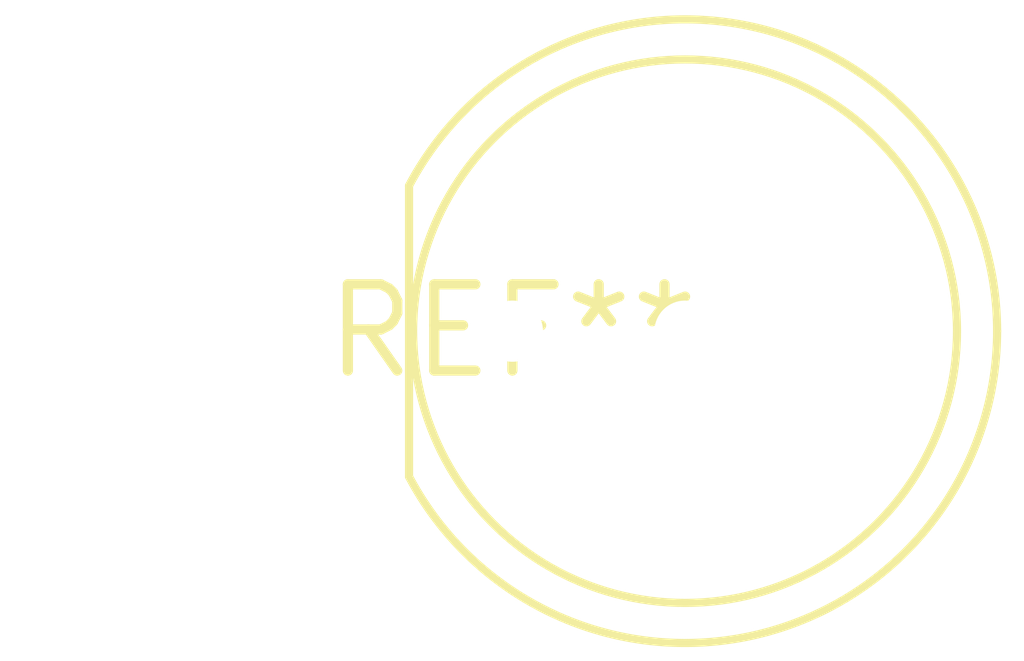
<source format=kicad_pcb>
(kicad_pcb (version 20240108) (generator pcbnew)
  (layers (0 "F.Cu" signal) (31 "B.Cu" signal) (34 "B.Paste" user) (35 "F.Paste" user) (36 "B.SilkS" user "B.Silkscreen") (37 "F.SilkS" user "F.Silkscreen") (38 "B.Mask" user) (39 "F.Mask" user) (44 "Edge.Cuts" user))
  (net 0 "")
  (footprint "LED_D8.0mm-3" (layer "F.Cu") (at 0 0)
    (property "Reference" "REF**")
    (property "Value" "LED_D8.0mm-3")
    (fp_line (start -1.52 -2.142) (end -1.52 2.142) (layer "F.SilkS") (stroke (width 0.12)))
    (fp_arc (start -1.52 -2.141145) (mid 3.643119 -4.455472) (end 7.13 0.000486) (layer "F.SilkS") (stroke (width 0.12)))
    (fp_arc (start 7.13 -0.000486) (mid 3.643119 4.455472) (end -1.52 2.141145) (layer "F.SilkS") (stroke (width 0.12)))
    (fp_circle (center 2.54 0) (end 6.54 0) (layer "F.SilkS") (stroke (width 0.12)) (fill none))
    (pad "1" thru_hole rect (at 0 0) (size 1.8 1.8) (drill 0.9) (layers *.Cu *.Mask) (remove_unused_layers))
    (pad "2" thru_hole circle (at 2.54 0) (size 1.8 1.8) (drill 0.9) (layers *.Cu *.Mask) (remove_unused_layers))
    (pad "3" thru_hole circle (at 5.08 0) (size 1.8 1.8) (drill 0.9) (layers *.Cu *.Mask) (remove_unused_layers))
  )
)
</source>
